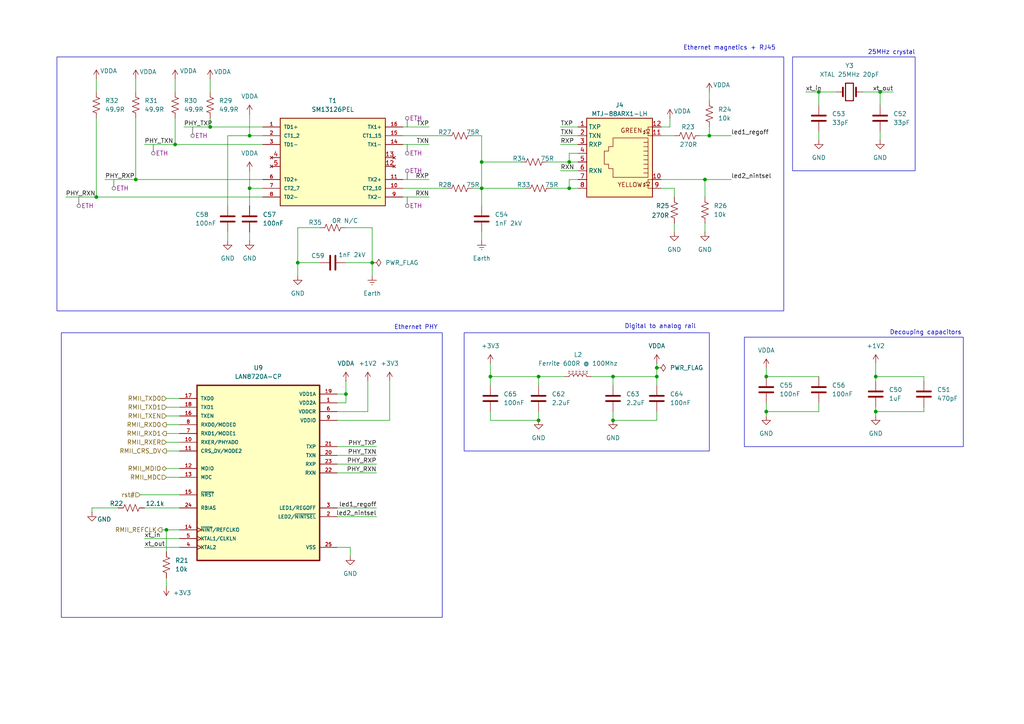
<source format=kicad_sch>
(kicad_sch (version 20250114) (generator "eeschema") (generator_version "9.0")
  (paper "A4")
  (lib_symbols
    (symbol "Device:C" (pin_numbers (hide yes)) (pin_names (offset 0.254))
      (property "Reference" "C" (at 0.635 2.54 0))
      (property "Value" "C" (at 0.635 -2.54 0))
      (symbol "C_1_1"
        (pin passive line (at 0 3.81 270) (length 2.794) (name "~") (number "1"))
        (pin passive line (at 0 -3.81 90) (length 2.794) (name "~") (number "2"))
      )
    )
    (symbol "Device:L_Ferrite" (pin_numbers (hide yes)) (pin_names (offset 1.016) (hide yes))
      (property "Reference" "L" (at -1.27 0 90))
      (property "Value" "L_Ferrite" (at 2.794 0 90))
      (symbol "L_Ferrite_1_1"
        (pin passive line (at 0 3.81 270) (length 1.27) (name "1") (number "1"))
        (pin passive line (at 0 -3.81 90) (length 1.27) (name "2") (number "2"))
      )
    )
    (symbol "Device:R_US" (pin_numbers (hide yes)) (pin_names (offset 0))
      (property "Reference" "R" (at 2.54 0 90))
      (property "Value" "R_US" (at -2.54 0 90))
      (symbol "R_US_1_1"
        (pin passive line (at 0 3.81 270) (length 1.27) (name "~") (number "1"))
        (pin passive line (at 0 -3.81 90) (length 1.27) (name "~") (number "2"))
      )
    )
    (symbol "cotti_ethernet:Ethernet_PHY_10/100_MHz" (pin_names (offset 1.016))
      (property "Reference" "U" (at -17.78 26.416 0))
      (property "Value" "LAN8720A-CP" (at -17.8053 -27.9798 0))
      (symbol "Ethernet_PHY_10/100_MHz_0_0"
        (pin input line (at -22.86 21.59 0) (length 5.08) (name "TXD0") (number "17"))
        (pin input line (at -22.86 19.05 0) (length 5.08) (name "TXD1") (number "18"))
        (pin input line (at -22.86 16.51 0) (length 5.08) (name "TXEN") (number "16"))
        (pin bidirectional line (at -22.86 13.97 0) (length 5.08) (name "RXD0/MODE0") (number "8"))
        (pin bidirectional line (at -22.86 11.43 0) (length 5.08) (name "RXD1/MODE1") (number "7"))
        (pin bidirectional line (at -22.86 8.89 0) (length 5.08) (name "RXER/PHYADO") (number "10"))
        (pin bidirectional line (at -22.86 6.35 0) (length 5.08) (name "CRS_DV/MODE2") (number "11"))
        (pin bidirectional line (at -22.86 1.27 0) (length 5.08) (name "MDIO") (number "12"))
        (pin input line (at -22.86 -1.27 0) (length 5.08) (name "MDC") (number "13"))
        (pin input line (at -22.86 -6.35 0) (length 5.08) (name "~{NRST}") (number "15"))
        (pin input line (at -22.86 -10.16 0) (length 5.08) (name "RBIAS") (number "24"))
        (pin output clock (at -22.86 -16.51 0) (length 5.08) (name "~{NINT}/REFCLKO") (number "14"))
        (pin input clock (at -22.86 -19.05 0) (length 5.08) (name "XTAL1/CLKLN") (number "5"))
        (pin output clock (at -22.86 -21.59 0) (length 5.08) (name "XTAL2") (number "4"))
        (pin power_in line (at 22.86 22.86 180) (length 5.08) (name "VDD1A") (number "19"))
        (pin power_in line (at 22.86 20.32 180) (length 5.08) (name "VDD2A") (number "1"))
        (pin power_in line (at 22.86 17.78 180) (length 5.08) (name "VDDCR") (number "6"))
        (pin power_in line (at 22.86 15.24 180) (length 5.08) (name "VDDIO") (number "9"))
        (pin bidirectional line (at 22.86 7.62 180) (length 5.08) (name "TXP") (number "21"))
        (pin bidirectional line (at 22.86 5.08 180) (length 5.08) (name "TXN") (number "20"))
        (pin bidirectional line (at 22.86 2.54 180) (length 5.08) (name "RXP") (number "23"))
        (pin bidirectional line (at 22.86 0 180) (length 5.08) (name "RXN") (number "22"))
        (pin bidirectional line (at 22.86 -10.16 180) (length 5.08) (name "LED1/REGOFF") (number "3"))
        (pin bidirectional line (at 22.86 -12.7 180) (length 5.08) (name "LED2/~{NINTSEL}") (number "2"))
        (pin power_in line (at 22.86 -21.59 180) (length 5.08) (name "VSS") (number "25"))
      )
    )
    (symbol "cotti_ethernet:Ethernet_magnetics" (pin_names (offset 1.016))
      (property "Reference" "T" (at -15.2439 10.9299 0))
      (property "Value" "SM13126PEL" (at 2.794 11.176 0))
      (symbol "Ethernet_magnetics_0_0"
        (pin passive line (at -20.32 7.62 0) (length 5.08) (name "TD1+") (number "1"))
        (pin passive line (at -20.32 5.08 0) (length 5.08) (name "CT1_2") (number "2"))
        (pin passive line (at -20.32 2.54 0) (length 5.08) (name "TD1-") (number "3"))
        (pin passive line (at -20.32 -7.62 0) (length 5.08) (name "TD2+") (number "6"))
        (pin passive line (at -20.32 -10.16 0) (length 5.08) (name "CT2_7") (number "7"))
        (pin passive line (at -20.32 -12.7 0) (length 5.08) (name "TD2-") (number "8"))
        (pin passive line (at 20.32 7.62 180) (length 5.08) (name "TX1+") (number "16"))
        (pin passive line (at 20.32 5.08 180) (length 5.08) (name "CT1_15") (number "15"))
        (pin passive line (at 20.32 2.54 180) (length 5.08) (name "TX1-") (number "14"))
        (pin passive line (at 20.32 -7.62 180) (length 5.08) (name "TX2+") (number "11"))
        (pin passive line (at 20.32 -10.16 180) (length 5.08) (name "CT2_10") (number "10"))
        (pin passive line (at 20.32 -12.7 180) (length 5.08) (name "TX2-") (number "9"))
      )
      (symbol "Ethernet_magnetics_1_1"
        (pin no_connect line (at -17.78 -1.27 0) (length 2.54) (name "") (number "4"))
        (pin no_connect line (at -17.78 -3.81 0) (length 2.54) (name "") (number "5"))
        (pin no_connect line (at 17.78 -1.27 180) (length 2.54) (name "") (number "13"))
        (pin no_connect line (at 17.78 -3.81 180) (length 2.54) (name "") (number "12"))
      )
    )
    (symbol "cotti_ethernet:RJ45_unshielded_leds"
      (property "Reference" "J" (at 1.016 1.778 0))
      (property "Value" "MTJ-88ARX1-LH" (at 12.7 1.778 0))
      (symbol "RJ45_unshielded_leds_1_1"
        (text "YELLOW" (at 8.7162 -19.2959 0) (effects (font (size 1.27 1.27))))
        (text "GREEN" (at 9.144 -3.556 0) (effects (font (size 1.27 1.27))))
        (pin passive line (at -6.35 -2.54 0) (length 2.54) (name "TXP") (number "1"))
        (pin passive line (at -6.35 -5.08 0) (length 2.54) (name "TXN") (number "2"))
        (pin passive line (at -6.35 -7.62 0) (length 2.54) (name "RXP") (number "3"))
        (pin passive line (at -6.35 -10.16 0) (length 2.54) (name "~") (number "4"))
        (pin passive line (at -6.35 -12.7 0) (length 2.54) (name "~") (number "5"))
        (pin passive line (at -6.35 -15.24 0) (length 2.54) (name "RXN") (number "6"))
        (pin passive line (at -6.35 -17.78 0) (length 2.54) (name "~") (number "7"))
        (pin passive line (at -6.35 -20.32 0) (length 2.54) (name "~") (number "8"))
        (pin passive line (at 17.78 -2.54 180) (length 2.54) (name "~") (number "12"))
        (pin passive line (at 17.78 -5.08 180) (length 2.54) (name "~") (number "11"))
        (pin passive line (at 17.78 -17.78 180) (length 2.54) (name "~") (number "10"))
        (pin passive line (at 17.78 -20.32 180) (length 2.54) (name "~") (number "9"))
      )
    )
    (symbol "cotti_xtal:xtal_25Mhz_20pF" (pin_numbers (hide yes)) (pin_names (offset 1.016) (hide yes))
      (property "Reference" "Y" (at 0 3.81 0))
      (property "Value" "XTAL 25MHz 20pF" (at 0 -3.81 0))
      (symbol "xtal_25Mhz_20pF_1_1"
        (pin passive line (at -3.81 0 0) (length 1.27) (name "1") (number "1"))
        (pin passive line (at 3.81 0 180) (length 1.27) (name "2") (number "2"))
      )
    )
    (symbol "power:+1V2" (power) (pin_numbers (hide yes)) (pin_names (offset 0) (hide yes))
      (property "Value" "+1V2" (at 0 3.556 0))
      (symbol "+1V2_1_1"
        (pin power_in line (at 0 0 90) (length 0) (name "~") (number "1"))
      )
    )
    (symbol "power:+3V3" (power) (pin_numbers (hide yes)) (pin_names (offset 0) (hide yes))
      (property "Value" "+3V3" (at 0 3.556 0))
      (symbol "+3V3_1_1"
        (pin power_in line (at 0 0 90) (length 0) (name "~") (number "1"))
      )
    )
    (symbol "power:Earth" (power) (pin_numbers (hide yes)) (pin_names (offset 0) (hide yes))
      (property "Value" "Earth" (at 0 -3.81 0))
      (symbol "Earth_1_1"
        (pin power_in line (at 0 0 270) (length 0) (name "~") (number "1"))
      )
    )
    (symbol "power:GND" (power) (pin_numbers (hide yes)) (pin_names (offset 0) (hide yes))
      (property "Value" "GND" (at 0 -3.81 0))
      (symbol "GND_1_1"
        (pin power_in line (at 0 0 270) (length 0) (name "~") (number "1"))
      )
    )
    (symbol "power:PWR_FLAG" (power) (pin_numbers (hide yes)) (pin_names (offset 0) (hide yes))
      (property "Value" "PWR_FLAG" (at 0 3.81 0))
      (symbol "PWR_FLAG_0_0"
        (pin power_out line (at 0 0 90) (length 0) (name "~") (number "1"))
      )
    )
    (symbol "power:VDDA" (power) (pin_numbers (hide yes)) (pin_names (offset 0) (hide yes))
      (property "Value" "VDDA" (at 0 3.556 0))
      (symbol "VDDA_1_1"
        (pin power_in line (at 0 0 90) (length 0) (name "~") (number "1"))
      )
    )
  )
  (rectangle (start 16.51 16.51) (end 227.33 90.17))
  (rectangle (start 215.9 97.79) (end 279.4 129.54))
  (rectangle (start 17.78 96.52) (end 128.27 179.07))
  (rectangle (start 229.87 16.51) (end 265.43 49.53))
  (rectangle (start 134.62 96.52) (end 205.74 130.81))
  (text "Decouping capacitors" (at 268.478 96.52 0) (effects (font (size 1.27 1.27))))
  (text "25MHz crystal" (at 258.572 15.24 0) (effects (font (size 1.27 1.27))))
  (text "Ethernet PHY" (at 120.65 94.996 0) (effects (font (size 1.27 1.27))))
  (text "Digital to analog rail" (at 191.516 94.742 0) (effects (font (size 1.27 1.27))))
  (text "Ethernet magnetics + RJ45" (at 211.582 13.97 0) (effects (font (size 1.27 1.27))))
  (junction (at 156.21 121.92))
  (junction (at 156.21 109.22))
  (junction (at 177.8 121.92))
  (junction (at 100.33 114.3))
  (junction (at 60.96 36.83))
  (junction (at 222.25 109.22))
  (junction (at 27.94 57.15))
  (junction (at 72.39 54.61))
  (junction (at 190.5 109.22))
  (junction (at 255.27 26.67))
  (junction (at 50.8 41.91))
  (junction (at 222.25 119.38))
  (junction (at 72.39 39.37))
  (junction (at 48.26 153.67))
  (junction (at 254 119.38))
  (junction (at 165.1 46.99))
  (junction (at 237.49 26.67))
  (junction (at 86.36 76.2))
  (junction (at 254 109.22))
  (junction (at 165.1 54.61))
  (junction (at 139.7 54.61))
  (junction (at 142.24 109.22))
  (junction (at 139.7 46.99))
  (junction (at 177.8 109.22))
  (junction (at 205.74 39.37))
  (junction (at 190.5 106.68))
  (junction (at 39.37 52.07))
  (junction (at 107.95 76.2))
  (junction (at 204.47 52.07))
  (wire (pts (xy 50.8 41.91) (xy 50.8 34.29)))
  (wire (pts (xy 190.5 106.68) (xy 190.5 109.22)))
  (wire (pts (xy 165.1 52.07) (xy 165.1 54.61)))
  (wire (pts (xy 205.74 39.37) (xy 212.09 39.37)))
  (wire (pts (xy 116.84 54.61) (xy 129.54 54.61)))
  (wire (pts (xy 86.36 66.04) (xy 86.36 76.2)))
  (wire (pts (xy 237.49 116.84) (xy 237.49 119.38)))
  (wire (pts (xy 222.25 119.38) (xy 237.49 119.38)))
  (wire (pts (xy 76.2 57.15) (xy 27.94 57.15)))
  (wire (pts (xy 76.2 52.07) (xy 39.37 52.07)))
  (wire (pts (xy 222.25 106.68) (xy 222.25 109.22)))
  (wire (pts (xy 139.7 46.99) (xy 151.13 46.99)))
  (wire (pts (xy 162.56 36.83) (xy 167.64 36.83)))
  (wire (pts (xy 177.8 109.22) (xy 190.5 109.22)))
  (wire (pts (xy 162.56 41.91) (xy 167.64 41.91)))
  (wire (pts (xy 137.16 54.61) (xy 139.7 54.61)))
  (wire (pts (xy 101.6 158.75) (xy 101.6 161.29)))
  (wire (pts (xy 39.37 52.07) (xy 39.37 34.29)))
  (wire (pts (xy 107.95 66.04) (xy 107.95 76.2)))
  (wire (pts (xy 139.7 54.61) (xy 152.4 54.61)))
  (wire (pts (xy 142.24 109.22) (xy 156.21 109.22)))
  (wire (pts (xy 100.33 110.49) (xy 100.33 114.3)))
  (wire (pts (xy 167.64 44.45) (xy 165.1 44.45)))
  (wire (pts (xy 267.97 109.22) (xy 267.97 110.49)))
  (wire (pts (xy 97.79 149.86) (xy 109.22 149.86)))
  (wire (pts (xy 40.64 143.51) (xy 52.07 143.51)))
  (wire (pts (xy 254 105.41) (xy 254 109.22)))
  (wire (pts (xy 100.33 76.2) (xy 107.95 76.2)))
  (wire (pts (xy 60.96 36.83) (xy 60.96 34.29)))
  (wire (pts (xy 156.21 109.22) (xy 163.83 109.22)))
  (wire (pts (xy 255.27 26.67) (xy 255.27 30.48)))
  (wire (pts (xy 76.2 39.37) (xy 72.39 39.37)))
  (wire (pts (xy 162.56 39.37) (xy 167.64 39.37)))
  (wire (pts (xy 254 119.38) (xy 254 120.65)))
  (wire (pts (xy 72.39 33.02) (xy 72.39 39.37)))
  (wire (pts (xy 191.77 39.37) (xy 195.58 39.37)))
  (wire (pts (xy 97.79 116.84) (xy 100.33 116.84)))
  (wire (pts (xy 48.26 135.89) (xy 52.07 135.89)))
  (wire (pts (xy 142.24 121.92) (xy 156.21 121.92)))
  (wire (pts (xy 48.26 125.73) (xy 52.07 125.73)))
  (wire (pts (xy 97.79 132.08) (xy 109.22 132.08)))
  (wire (pts (xy 19.05 57.15) (xy 27.94 57.15)))
  (wire (pts (xy 48.26 115.57) (xy 52.07 115.57)))
  (wire (pts (xy 27.94 57.15) (xy 27.94 34.29)))
  (wire (pts (xy 97.79 137.16) (xy 109.22 137.16)))
  (wire (pts (xy 165.1 44.45) (xy 165.1 46.99)))
  (wire (pts (xy 53.34 36.83) (xy 60.96 36.83)))
  (wire (pts (xy 222.25 109.22) (xy 237.49 109.22)))
  (wire (pts (xy 106.68 119.38) (xy 106.68 110.49)))
  (wire (pts (xy 50.8 22.86) (xy 50.8 26.67)))
  (wire (pts (xy 116.84 52.07) (xy 124.46 52.07)))
  (wire (pts (xy 116.84 41.91) (xy 124.46 41.91)))
  (wire (pts (xy 254 109.22) (xy 254 110.49)))
  (wire (pts (xy 191.77 54.61) (xy 195.58 54.61)))
  (wire (pts (xy 195.58 54.61) (xy 195.58 57.15)))
  (wire (pts (xy 204.47 52.07) (xy 204.47 57.15)))
  (wire (pts (xy 113.03 110.49) (xy 113.03 121.92)))
  (wire (pts (xy 48.26 138.43) (xy 52.07 138.43)))
  (wire (pts (xy 142.24 119.38) (xy 142.24 121.92)))
  (wire (pts (xy 48.26 123.19) (xy 52.07 123.19)))
  (wire (pts (xy 160.02 54.61) (xy 165.1 54.61)))
  (wire (pts (xy 250.19 26.67) (xy 255.27 26.67)))
  (wire (pts (xy 162.56 49.53) (xy 167.64 49.53)))
  (wire (pts (xy 142.24 109.22) (xy 142.24 111.76)))
  (wire (pts (xy 205.74 26.67) (xy 205.74 29.21)))
  (wire (pts (xy 39.37 22.86) (xy 39.37 26.67)))
  (wire (pts (xy 190.5 105.41) (xy 190.5 106.68)))
  (wire (pts (xy 34.29 147.32) (xy 26.67 147.32)))
  (wire (pts (xy 156.21 119.38) (xy 156.21 121.92)))
  (wire (pts (xy 165.1 46.99) (xy 167.64 46.99)))
  (wire (pts (xy 60.96 22.86) (xy 60.96 26.67)))
  (wire (pts (xy 48.26 118.11) (xy 52.07 118.11)))
  (wire (pts (xy 191.77 52.07) (xy 204.47 52.07)))
  (wire (pts (xy 204.47 52.07) (xy 212.09 52.07)))
  (wire (pts (xy 139.7 46.99) (xy 139.7 54.61)))
  (wire (pts (xy 116.84 57.15) (xy 124.46 57.15)))
  (wire (pts (xy 76.2 54.61) (xy 72.39 54.61)))
  (wire (pts (xy 139.7 67.31) (xy 139.7 69.85)))
  (wire (pts (xy 254 119.38) (xy 267.97 119.38)))
  (wire (pts (xy 48.26 167.64) (xy 48.26 170.18)))
  (wire (pts (xy 237.49 38.1) (xy 237.49 40.64)))
  (wire (pts (xy 97.79 134.62) (xy 109.22 134.62)))
  (wire (pts (xy 177.8 109.22) (xy 171.45 109.22)))
  (wire (pts (xy 41.91 156.21) (xy 52.07 156.21)))
  (wire (pts (xy 254 109.22) (xy 267.97 109.22)))
  (wire (pts (xy 41.91 147.32) (xy 52.07 147.32)))
  (wire (pts (xy 97.79 129.54) (xy 109.22 129.54)))
  (wire (pts (xy 177.8 119.38) (xy 177.8 121.92)))
  (wire (pts (xy 116.84 36.83) (xy 124.46 36.83)))
  (wire (pts (xy 222.25 116.84) (xy 222.25 119.38)))
  (wire (pts (xy 255.27 38.1) (xy 255.27 40.64)))
  (wire (pts (xy 86.36 80.01) (xy 86.36 76.2)))
  (wire (pts (xy 97.79 147.32) (xy 109.22 147.32)))
  (wire (pts (xy 48.26 160.02) (xy 48.26 153.67)))
  (wire (pts (xy 165.1 54.61) (xy 167.64 54.61)))
  (wire (pts (xy 100.33 66.04) (xy 107.95 66.04)))
  (wire (pts (xy 190.5 121.92) (xy 177.8 121.92)))
  (wire (pts (xy 156.21 111.76) (xy 156.21 109.22)))
  (wire (pts (xy 76.2 41.91) (xy 50.8 41.91)))
  (wire (pts (xy 92.71 66.04) (xy 86.36 66.04)))
  (wire (pts (xy 26.67 147.32) (xy 26.67 148.59)))
  (wire (pts (xy 267.97 118.11) (xy 267.97 119.38)))
  (wire (pts (xy 72.39 67.31) (xy 72.39 69.85)))
  (wire (pts (xy 116.84 39.37) (xy 129.54 39.37)))
  (wire (pts (xy 27.94 22.86) (xy 27.94 26.67)))
  (wire (pts (xy 190.5 119.38) (xy 190.5 121.92)))
  (wire (pts (xy 86.36 76.2) (xy 92.71 76.2)))
  (wire (pts (xy 158.75 46.99) (xy 165.1 46.99)))
  (wire (pts (xy 233.68 26.67) (xy 237.49 26.67)))
  (wire (pts (xy 30.48 52.07) (xy 39.37 52.07)))
  (wire (pts (xy 237.49 26.67) (xy 237.49 30.48)))
  (wire (pts (xy 203.2 39.37) (xy 205.74 39.37)))
  (wire (pts (xy 72.39 54.61) (xy 72.39 59.69)))
  (wire (pts (xy 66.04 39.37) (xy 66.04 59.69)))
  (wire (pts (xy 72.39 39.37) (xy 66.04 39.37)))
  (wire (pts (xy 97.79 119.38) (xy 106.68 119.38)))
  (wire (pts (xy 195.58 64.77) (xy 195.58 67.31)))
  (wire (pts (xy 107.95 80.01) (xy 107.95 76.2)))
  (wire (pts (xy 191.77 36.83) (xy 194.31 36.83)))
  (wire (pts (xy 97.79 121.92) (xy 113.03 121.92)))
  (wire (pts (xy 48.26 128.27) (xy 52.07 128.27)))
  (wire (pts (xy 205.74 36.83) (xy 205.74 39.37)))
  (wire (pts (xy 242.57 26.67) (xy 237.49 26.67)))
  (wire (pts (xy 177.8 109.22) (xy 177.8 111.76)))
  (wire (pts (xy 204.47 64.77) (xy 204.47 67.31)))
  (wire (pts (xy 194.31 34.29) (xy 194.31 36.83)))
  (wire (pts (xy 41.91 158.75) (xy 52.07 158.75)))
  (wire (pts (xy 41.91 41.91) (xy 50.8 41.91)))
  (wire (pts (xy 76.2 36.83) (xy 60.96 36.83)))
  (wire (pts (xy 66.04 67.31) (xy 66.04 69.85)))
  (wire (pts (xy 167.64 52.07) (xy 165.1 52.07)))
  (wire (pts (xy 97.79 114.3) (xy 100.33 114.3)))
  (wire (pts (xy 139.7 54.61) (xy 139.7 59.69)))
  (wire (pts (xy 254 118.11) (xy 254 119.38)))
  (wire (pts (xy 255.27 26.67) (xy 259.08 26.67)))
  (wire (pts (xy 46.99 153.67) (xy 48.26 153.67)))
  (wire (pts (xy 48.26 153.67) (xy 52.07 153.67)))
  (wire (pts (xy 222.25 119.38) (xy 222.25 120.65)))
  (wire (pts (xy 72.39 49.53) (xy 72.39 54.61)))
  (wire (pts (xy 100.33 116.84) (xy 100.33 114.3)))
  (wire (pts (xy 97.79 158.75) (xy 101.6 158.75)))
  (wire (pts (xy 137.16 39.37) (xy 139.7 39.37)))
  (wire (pts (xy 48.26 120.65) (xy 52.07 120.65)))
  (wire (pts (xy 190.5 109.22) (xy 190.5 111.76)))
  (wire (pts (xy 48.26 130.81) (xy 52.07 130.81)))
  (wire (pts (xy 142.24 109.22) (xy 142.24 105.41)))
  (wire (pts (xy 139.7 39.37) (xy 139.7 46.99)))
  (label "led2_nintsel" (at 109.22 149.86 180))
  (label "PHY_TXP" (at 109.22 129.54 180))
  (label "TXP" (at 124.46 36.83 180))
  (label "PHY_RXP" (at 30.48 52.07 0))
  (label "PHY_RXP" (at 109.22 134.62 180))
  (label "TXP" (at 162.56 36.83 0))
  (label "xt_in" (at 41.91 156.21 0))
  (label "RXN" (at 162.56 49.53 0))
  (label "xt_out" (at 259.08 26.67 180))
  (label "RXP" (at 162.56 41.91 0))
  (label "PHY_RXN" (at 109.22 137.16 180))
  (label "TXN" (at 124.46 41.91 180))
  (label "xt_out" (at 41.91 158.75 0))
  (label "led1_regoff" (at 109.22 147.32 180))
  (label "xt_in" (at 233.68 26.67 0))
  (label "led1_regoff" (at 212.09 39.37 0))
  (label "PHY_TXN" (at 41.91 41.91 0))
  (label "PHY_TXP" (at 53.34 36.83 0))
  (label "RXP" (at 124.46 52.07 180))
  (label "led2_nintsel" (at 212.09 52.07 0))
  (label "PHY_RXN" (at 19.05 57.15 0))
  (label "RXN" (at 124.46 57.15 180))
  (label "PHY_TXN" (at 109.22 132.08 180))
  (label "TXN" (at 162.56 39.37 0))
  (hierarchical_label "RMII_CRS_DV" (shape output) (at 48.26 130.81 180))
  (hierarchical_label "RMII_TXD0" (shape input) (at 48.26 115.57 180))
  (hierarchical_label "RMII_TXD1" (shape input) (at 48.26 118.11 180))
  (hierarchical_label "RMII_RXER" (shape input) (at 48.26 128.27 180))
  (hierarchical_label "RMII_RXD1" (shape output) (at 48.26 125.73 180))
  (hierarchical_label "RMII_MDIO" (shape bidirectional) (at 48.26 135.89 180))
  (hierarchical_label "RMII_TXEN" (shape input) (at 48.26 120.65 180))
  (hierarchical_label "RMII_REFCLK" (shape output) (at 46.99 153.67 180))
  (hierarchical_label "RMII_MDC" (shape input) (at 48.26 138.43 180))
  (hierarchical_label "RMII_RXD0" (shape output) (at 48.26 123.19 180))
  (hierarchical_label "rst#" (shape input) (at 40.64 143.51 180))
  (netclass_flag "" (length 2.54) (shape round) (at 22.86 57.15 180) (property "Netclass" "ETH" (at 23.5585 59.69 0) (effects (justify left))))
  (netclass_flag "" (length 2.54) (shape round) (at 44.45 41.91 180) (property "Netclass" "ETH" (at 45.1485 44.45 0) (effects (justify left))))
  (netclass_flag "" (length 2.54) (shape round) (at 118.11 41.91 180) (property "Netclass" "ETH" (at 118.8085 44.45 0) (effects (justify left))))
  (netclass_flag "" (length 2.54) (shape round) (at 118.11 57.15 180) (property "Netclass" "ETH" (at 118.8085 59.69 0) (effects (justify left))))
  (netclass_flag "" (length 2.54) (shape round) (at 118.11 36.83 0) (property "Netclass" "ETH" (at 118.8085 34.29 0) (effects (justify left))))
  (netclass_flag "" (length 2.54) (shape round) (at 33.02 52.07 180) (property "Netclass" "ETH" (at 33.7185 54.61 0) (effects (justify left))))
  (netclass_flag "" (length 2.54) (shape round) (at 118.11 52.07 0) (property "Netclass" "ETH" (at 118.8085 49.53 0) (effects (justify left))))
  (netclass_flag "" (length 2.54) (shape round) (at 55.88 36.83 180) (property "Netclass" "ETH" (at 56.5785 39.37 0) (effects (justify left))))
  (symbol (lib_id "Device:C") (at 254 114.3 0) (unit 1)
    (property "Reference" "C50" (at 257.81 113.0299 0) (effects (justify left)))
    (property "Value" "1uF" (at 257.81 115.5699 0) (effects (justify left)))
    (property "Footprint" "Capacitor_SMD:C_0805_2012Metric_Pad1.18x1.45mm_HandSolder" (effects (hide yes)))
    (property "Datasheet" "https://mm.digikey.com/Volume0/opasdata/d220001/medias/docus/609/CL21B105KBFNNNE_Spec.pdf" (effects (hide yes)))
    (property "Description" "Unpolarized capacitor" (effects (hide yes)))
    (property "Digikey" "https://www.digikey.com/en/products/detail/samsung-electro-mechanics/CL21B105KBFNNNE/3886687" (effects (hide yes)))
    (property "Mfr." "Samsung Electro-Mechanics" (effects (hide yes)))
    (property "Mfr. P/N" "CL21B105KBFNNNE" (effects (hide yes)))
  )
  (symbol (lib_id "Device:R_US") (at 195.58 60.96 0) (unit 1)
    (property "Reference" "R25" (at 190.246 59.69 0) (effects (justify left)))
    (property "Value" "270R" (at 188.976 62.484 0) (effects (justify left)))
    (property "Footprint" "Resistor_SMD:R_0805_2012Metric_Pad1.20x1.40mm_HandSolder" (effects (hide yes)))
    (property "Datasheet" "https://www.yageogroup.com/content/datasheet/asset/file/PYU-RC_GROUP_51_ROHS_L" (effects (hide yes)))
    (property "Description" "Resistor, US symbol" (effects (hide yes)))
    (property "Digikey" "https://www.digikey.com/en/products/detail/yageo/RC0805FR-10270RL/17016523" (effects (hide yes)))
    (property "Mfr." "YAGEO" (effects (hide yes)))
    (property "Mfr. P/N" "RC0805FR-10270RL" (effects (hide yes)))
  )
  (symbol (lib_id "power:GND") (at 204.47 67.31 0) (unit 1)
    (property "Reference" "#PWR0112" (effects (hide yes)))
    (property "Value" "GND" (at 204.47 72.39 0))
    (property "Description" "Power symbol creates a global label with name \"GND\" , ground" (effects (hide yes)))
  )
  (symbol (lib_id "cotti_ethernet:Ethernet_PHY_10/100_MHz") (at 74.93 137.16 0) (unit 1)
    (property "Reference" "U9" (at 74.93 106.68 0))
    (property "Value" "LAN8720A-CP" (at 74.93 109.22 0))
    (property "Footprint" "cotti_footprints:QFN50P400X400X100-25N" (effects (hide yes)))
    (property "Datasheet" "https://ww1.microchip.com/downloads/aemDocuments/documents/UNG/ProductDocuments/DataSheets/LAN8720A-LAN8720Ai-Data-Sheet-DS00002165.pdf" (effects (hide yes)))
    (property "Description" "2/2 Transceiver Full MII, RMII 24-QFN-EP (4x4)" (effects (hide yes)))
    (property "Digikey" "https://www.digikey.com/en/products/detail/microchip-technology/LAN8720A-CP/2051556" (effects (hide yes)))
    (property "Mfr." "Microchip Technology" (effects (hide yes)))
    (property "Mfr. P/N" "LAN8720A-CP" (effects (hide yes)))
  )
  (symbol (lib_id "power:GND") (at 156.21 121.92 0) (unit 1)
    (property "Reference" "#PWR0136" (effects (hide yes)))
    (property "Value" "GND" (at 156.21 127 0))
    (property "Description" "Power symbol creates a global label with name \"GND\" , ground" (effects (hide yes)))
  )
  (symbol (lib_id "power:VDDA") (at 190.5 105.41 0) (unit 1)
    (property "Reference" "#PWR0135" (effects (hide yes)))
    (property "Value" "VDDA" (at 190.5 100.33 0))
    (property "Description" "Power symbol creates a global label with name \"VDDA\"" (effects (hide yes)))
  )
  (symbol (lib_id "power:GND") (at 72.39 69.85 0) (unit 1)
    (property "Reference" "#PWR0126" (effects (hide yes)))
    (property "Value" "GND" (at 72.39 74.93 0))
    (property "Description" "Power symbol creates a global label with name \"GND\" , ground" (effects (hide yes)))
  )
  (symbol (lib_id "Device:R_US") (at 204.47 60.96 0) (unit 1)
    (property "Reference" "R26" (at 207.01 59.6899 0) (effects (justify left)))
    (property "Value" "10k" (at 207.01 62.2299 0) (effects (justify left)))
    (property "Footprint" "Resistor_SMD:R_0805_2012Metric_Pad1.20x1.40mm_HandSolder" (effects (hide yes)))
    (property "Datasheet" "https://www.yageogroup.com/content/datasheet/asset/file/PYU-RC_GROUP_51_ROHS_L" (effects (hide yes)))
    (property "Description" "Resistor, US symbol" (effects (hide yes)))
    (property "Digikey" "https://www.digikey.com/en/products/detail/yageo/RC0805FR-1310KL/13694107" (effects (hide yes)))
    (property "Mfr." "YAGEO" (effects (hide yes)))
    (property "Mfr. P/N" "RC0805FR-1310KL" (effects (hide yes)))
  )
  (symbol (lib_id "power:GND") (at 26.67 148.59 0) (unit 1)
    (property "Reference" "#PWR073" (effects (hide yes)))
    (property "Value" "GND" (at 30.226 150.622 0))
    (property "Description" "Power symbol creates a global label with name \"GND\" , ground" (effects (hide yes)))
  )
  (symbol (lib_id "Device:R_US") (at 38.1 147.32 90) (unit 1)
    (property "Reference" "R22" (at 33.782 146.05 90))
    (property "Value" "12.1k" (at 44.958 146.05 90))
    (property "Footprint" "Resistor_SMD:R_0805_2012Metric_Pad1.20x1.40mm_HandSolder" (effects (hide yes)))
    (property "Datasheet" "https://www.yageogroup.com/content/datasheet/asset/file/PYU-AC_51_ROHS_L" (effects (hide yes)))
    (property "Description" "Resistor, US symbol" (effects (hide yes)))
    (property "Digikey" "https://www.digikey.com/en/products/detail/yageo/AC0805FR-0712K1L/5896547" (effects (hide yes)))
    (property "Mfr." "YAGEO" (effects (hide yes)))
    (property "Mfr. P/N" "AC0805FR-0712K1L" (effects (hide yes)))
  )
  (symbol (lib_id "power:PWR_FLAG") (at 107.95 76.2 270) (unit 1)
    (property "Reference" "#FLG08" (effects (hide yes)))
    (property "Value" "PWR_FLAG" (at 111.76 76.1999 90) (effects (justify left)))
    (property "Description" "Special symbol for telling ERC where power comes from" (effects (hide yes)))
  )
  (symbol (lib_id "power:GND") (at 222.25 120.65 0) (unit 1)
    (property "Reference" "#PWR0122" (effects (hide yes)))
    (property "Value" "GND" (at 222.25 125.73 0))
    (property "Description" "Power symbol creates a global label with name \"GND\" , ground" (effects (hide yes)))
  )
  (symbol (lib_id "power:VDDA") (at 222.25 106.68 0) (unit 1)
    (property "Reference" "#PWR0123" (effects (hide yes)))
    (property "Value" "VDDA" (at 222.25 101.6 0))
    (property "Description" "Power symbol creates a global label with name \"VDDA\"" (effects (hide yes)))
  )
  (symbol (lib_id "Device:C") (at 96.52 76.2 90) (unit 1)
    (property "Reference" "C59" (at 92.202 74.168 90))
    (property "Value" "1nF 2kV" (at 102.108 73.914 90))
    (property "Footprint" "Capacitor_SMD:C_1206_3216Metric_Pad1.33x1.80mm_HandSolder" (effects (hide yes)))
    (property "Datasheet" "http://www.passivecomponent.com/wp-content/uploads/datasheet/WTC_MLCC_Middle_and_High_Voltage.pdf" (effects (hide yes)))
    (property "Description" "Unpolarized capacitor" (effects (hide yes)))
    (property "Digikey" "https://www.digikey.com/en/products/detail/walsin-technology-corporation/1206B102M202CT/15791323" (effects (hide yes)))
    (property "Mfr." "Walsin Technology Corporation" (effects (hide yes)))
    (property "Mfr. P/N" "1206B102M202CT" (effects (hide yes)))
  )
  (symbol (lib_id "Device:R_US") (at 27.94 30.48 0) (unit 1)
    (property "Reference" "R32" (at 30.48 29.2099 0) (effects (justify left)))
    (property "Value" "49.9R" (at 30.48 31.7499 0) (effects (justify left)))
    (property "Footprint" "Resistor_SMD:R_0805_2012Metric_Pad1.20x1.40mm_HandSolder" (effects (hide yes)))
    (property "Datasheet" "https://www.yageogroup.com/content/datasheet/asset/file/PYU-RC_GROUP_51_ROHS_L" (effects (hide yes)))
    (property "Description" "Resistor, US symbol" (effects (hide yes)))
    (property "Digikey" "https://www.digikey.com/en/products/detail/yageo/RC0805FR-1349R9L/17023200" (effects (hide yes)))
    (property "Mfr." "YAGEO" (effects (hide yes)))
    (property "Mfr. P/N" "RC0805FR-1349R9L" (effects (hide yes)))
  )
  (symbol (lib_id "Device:R_US") (at 199.39 39.37 270) (unit 1)
    (property "Reference" "R23" (at 197.612 36.83 90) (effects (justify left)))
    (property "Value" "270R" (at 197.104 41.91 90) (effects (justify left)))
    (property "Footprint" "Resistor_SMD:R_0805_2012Metric_Pad1.20x1.40mm_HandSolder" (effects (hide yes)))
    (property "Datasheet" "https://www.yageogroup.com/content/datasheet/asset/file/PYU-RC_GROUP_51_ROHS_L" (effects (hide yes)))
    (property "Description" "Resistor, US symbol" (effects (hide yes)))
    (property "Digikey" "https://www.digikey.com/en/products/detail/yageo/RC0805FR-10270RL/17016523" (effects (hide yes)))
    (property "Mfr." "YAGEO" (effects (hide yes)))
    (property "Mfr. P/N" "RC0805FR-10270RL" (effects (hide yes)))
  )
  (symbol (lib_id "power:GND") (at 195.58 67.31 0) (unit 1)
    (property "Reference" "#PWR0110" (effects (hide yes)))
    (property "Value" "GND" (at 195.58 72.39 0))
    (property "Description" "Power symbol creates a global label with name \"GND\" , ground" (effects (hide yes)))
  )
  (symbol (lib_id "cotti_ethernet:Ethernet_magnetics") (at 96.52 44.45 0) (unit 1)
    (property "Reference" "T1" (at 96.52 29.21 0))
    (property "Value" "SM13126PEL" (at 96.52 31.75 0))
    (property "Footprint" "cotti_footprints:XFMR_SM13126PEL" (effects (hide yes)))
    (property "Datasheet" "https://mm.digikey.com/Volume0/opasdata/d220001/medias/docus/696/SM13126PEL.pdf" (effects (hide yes)))
    (property "Description" "Ethernet Magnetics: 10/100 BASE TX LAN POE +85 C, IE" (effects (hide yes)))
    (property "Digikey" "https://www.digikey.com/en/products/detail/bourns-inc/SM13126PEL/10229988" (effects (hide yes)))
    (property "Mfr." "Bourns Inc." (effects (hide yes)))
    (property "Mfr. P/N" "SM13126PEL" (effects (hide yes)))
  )
  (symbol (lib_id "power:PWR_FLAG") (at 190.5 106.68 270) (unit 1)
    (property "Reference" "#FLG02" (effects (hide yes)))
    (property "Value" "PWR_FLAG" (at 194.31 106.6799 90) (effects (justify left)))
    (property "Description" "Special symbol for telling ERC where power comes from" (effects (hide yes)))
  )
  (symbol (lib_id "Device:C") (at 72.39 63.5 0) (unit 1)
    (property "Reference" "C57" (at 76.2 62.2299 0) (effects (justify left)))
    (property "Value" "100nF" (at 76.2 64.7699 0) (effects (justify left)))
    (property "Footprint" "Capacitor_SMD:C_0805_2012Metric_Pad1.18x1.45mm_HandSolder" (effects (hide yes)))
    (property "Datasheet" "https://mm.digikey.com/Volume0/opasdata/d220001/medias/docus/1284/CL21B104KACNNNC_Spec.pdf" (effects (hide yes)))
    (property "Description" "Unpolarized capacitor" (effects (hide yes)))
    (property "Digikey" "https://www.digikey.com/en/products/detail/samsung-electro-mechanics/CL21B104KACNNNC/3886757" (effects (hide yes)))
    (property "Mfr." "Samsung Electro-Mechanics" (effects (hide yes)))
    (property "Mfr. P/N" "CL21B104KACNNNC" (effects (hide yes)))
  )
  (symbol (lib_id "Device:R_US") (at 156.21 54.61 90) (unit 1)
    (property "Reference" "R33" (at 151.892 53.594 90))
    (property "Value" "75R" (at 160.02 53.594 90))
    (property "Footprint" "Resistor_SMD:R_0805_2012Metric_Pad1.20x1.40mm_HandSolder" (effects (hide yes)))
    (property "Datasheet" "https://www.yageogroup.com/content/datasheet/asset/file/PYU-RC_GROUP_51_ROHS_L" (effects (hide yes)))
    (property "Description" "Resistor, US symbol" (effects (hide yes)))
    (property "Digikey" "https://www.digikey.com/en/products/detail/yageo/RC0805FR-1375RL/14286356" (effects (hide yes)))
    (property "Mfr." "YAGEO" (effects (hide yes)))
    (property "Mfr. P/N" "RC0805FR-1375RL" (effects (hide yes)))
  )
  (symbol (lib_id "power:GND") (at 237.49 40.64 0) (unit 1)
    (property "Reference" "#PWR0113" (effects (hide yes)))
    (property "Value" "GND" (at 237.49 45.72 0))
    (property "Description" "Power symbol creates a global label with name \"GND\" , ground" (effects (hide yes)))
  )
  (symbol (lib_id "power:GND") (at 86.36 80.01 0) (unit 1)
    (property "Reference" "#PWR0125" (effects (hide yes)))
    (property "Value" "GND" (at 86.36 85.09 0))
    (property "Description" "Power symbol creates a global label with name \"GND\" , ground" (effects (hide yes)))
  )
  (symbol (lib_id "power:+3V3") (at 48.26 170.18 180) (unit 1)
    (property "Reference" "#PWR072" (effects (hide yes)))
    (property "Value" "+3V3" (at 52.832 171.958 0))
    (property "Description" "Power symbol creates a global label with name \"+3V3\"" (effects (hide yes)))
  )
  (symbol (lib_id "Device:R_US") (at 154.94 46.99 90) (unit 1)
    (property "Reference" "R34" (at 150.622 45.974 90))
    (property "Value" "75R" (at 158.75 45.974 90))
    (property "Footprint" "Resistor_SMD:R_0805_2012Metric_Pad1.20x1.40mm_HandSolder" (effects (hide yes)))
    (property "Datasheet" "https://www.yageogroup.com/content/datasheet/asset/file/PYU-RC_GROUP_51_ROHS_L" (effects (hide yes)))
    (property "Description" "Resistor, US symbol" (effects (hide yes)))
    (property "Digikey" "https://www.digikey.com/en/products/detail/yageo/RC0805FR-1375RL/14286356" (effects (hide yes)))
    (property "Mfr." "YAGEO" (effects (hide yes)))
    (property "Mfr. P/N" "RC0805FR-1375RL" (effects (hide yes)))
  )
  (symbol (lib_id "Device:C") (at 66.04 63.5 0) (unit 1)
    (property "Reference" "C58" (at 56.642 62.23 0) (effects (justify left)))
    (property "Value" "100nF" (at 56.642 64.77 0) (effects (justify left)))
    (property "Footprint" "Capacitor_SMD:C_0805_2012Metric_Pad1.18x1.45mm_HandSolder" (effects (hide yes)))
    (property "Datasheet" "https://mm.digikey.com/Volume0/opasdata/d220001/medias/docus/1284/CL21B104KACNNNC_Spec.pdf" (effects (hide yes)))
    (property "Description" "Unpolarized capacitor" (effects (hide yes)))
    (property "Digikey" "https://www.digikey.com/en/products/detail/samsung-electro-mechanics/CL21B104KACNNNC/3886757" (effects (hide yes)))
    (property "Mfr." "Samsung Electro-Mechanics" (effects (hide yes)))
    (property "Mfr. P/N" "CL21B104KACNNNC" (effects (hide yes)))
  )
  (symbol (lib_id "Device:R_US") (at 205.74 33.02 0) (unit 1)
    (property "Reference" "R24" (at 208.28 31.7499 0) (effects (justify left)))
    (property "Value" "10k" (at 208.28 34.2899 0) (effects (justify left)))
    (property "Footprint" "Resistor_SMD:R_0805_2012Metric_Pad1.20x1.40mm_HandSolder" (effects (hide yes)))
    (property "Datasheet" "https://www.yageogroup.com/content/datasheet/asset/file/PYU-RC_GROUP_51_ROHS_L" (effects (hide yes)))
    (property "Description" "Resistor, US symbol" (effects (hide yes)))
    (property "Digikey" "https://www.digikey.com/en/products/detail/yageo/RC0805FR-1310KL/13694107" (effects (hide yes)))
    (property "Mfr." "YAGEO" (effects (hide yes)))
    (property "Mfr. P/N" "RC0805FR-1310KL" (effects (hide yes)))
  )
  (symbol (lib_id "power:+1V2") (at 106.68 110.49 0) (unit 1)
    (property "Reference" "#PWR0128" (effects (hide yes)))
    (property "Value" "+1V2" (at 106.68 105.41 0))
    (property "Description" "Power symbol creates a global label with name \"+1V2\"" (effects (hide yes)))
  )
  (symbol (lib_id "power:GND") (at 101.6 161.29 0) (unit 1)
    (property "Reference" "#PWR0108" (effects (hide yes)))
    (property "Value" "GND" (at 101.6 166.37 0))
    (property "Description" "Power symbol creates a global label with name \"GND\" , ground" (effects (hide yes)))
  )
  (symbol (lib_id "power:VDDA") (at 194.31 34.29 0) (unit 1)
    (property "Reference" "#PWR0109" (effects (hide yes)))
    (property "Value" "VDDA" (at 197.866 32.258 0))
    (property "Description" "Power symbol creates a global label with name \"VDDA\"" (effects (hide yes)))
  )
  (symbol (lib_id "power:+1V2") (at 254 105.41 0) (unit 1)
    (property "Reference" "#PWR0107" (effects (hide yes)))
    (property "Value" "+1V2" (at 254 100.33 0))
    (property "Description" "Power symbol creates a global label with name \"+1V2\"" (effects (hide yes)))
  )
  (symbol (lib_id "power:VDDA") (at 39.37 22.86 0) (unit 1)
    (property "Reference" "#PWR0117" (effects (hide yes)))
    (property "Value" "VDDA" (at 42.926 20.828 0))
    (property "Description" "Power symbol creates a global label with name \"VDDA\"" (effects (hide yes)))
  )
  (symbol (lib_id "Device:C") (at 177.8 115.57 0) (unit 1)
    (property "Reference" "C63" (at 181.61 114.2999 0) (effects (justify left)))
    (property "Value" "2.2uF" (at 181.61 116.8399 0) (effects (justify left)))
    (property "Footprint" "Capacitor_SMD:C_0805_2012Metric_Pad1.18x1.45mm_HandSolder" (effects (hide yes)))
    (property "Datasheet" "https://calchip.com/wp-content/uploads/2025/05/GMC-Series-3.pdf" (effects (hide yes)))
    (property "Description" "Unpolarized capacitor" (effects (hide yes)))
    (property "Digikey" "https://www.digikey.com/en/products/detail/cal-chip-electronics-inc/GMC21X7R225K25NT/19910718" (effects (hide yes)))
    (property "Mfr." "Cal-Chip Electronics, Inc." (effects (hide yes)))
    (property "Mfr. P/N" "GMC21X7R225K25NT" (effects (hide yes)))
  )
  (symbol (lib_id "power:+3V3") (at 142.24 105.41 0) (unit 1)
    (property "Reference" "#PWR0134" (effects (hide yes)))
    (property "Value" "+3V3" (at 142.24 100.33 0))
    (property "Description" "Power symbol creates a global label with name \"+3V3\"" (effects (hide yes)))
  )
  (symbol (lib_id "Device:R_US") (at 60.96 30.48 0) (unit 1)
    (property "Reference" "R29" (at 63.5 29.2099 0) (effects (justify left)))
    (property "Value" "49.9R" (at 63.5 31.7499 0) (effects (justify left)))
    (property "Footprint" "Resistor_SMD:R_0805_2012Metric_Pad1.20x1.40mm_HandSolder" (effects (hide yes)))
    (property "Datasheet" "https://www.yageogroup.com/content/datasheet/asset/file/PYU-RC_GROUP_51_ROHS_L" (effects (hide yes)))
    (property "Description" "Resistor, US symbol" (effects (hide yes)))
    (property "Digikey" "https://www.digikey.com/en/products/detail/yageo/RC0805FR-1349R9L/17023200" (effects (hide yes)))
    (property "Mfr." "YAGEO" (effects (hide yes)))
    (property "Mfr. P/N" "RC0805FR-1349R9L" (effects (hide yes)))
  )
  (symbol (lib_id "Device:C") (at 267.97 114.3 0) (unit 1)
    (property "Reference" "C51" (at 271.78 113.0299 0) (effects (justify left)))
    (property "Value" "470pF" (at 271.78 115.5699 0) (effects (justify left)))
    (property "Footprint" "Capacitor_SMD:C_0805_2012Metric_Pad1.18x1.45mm_HandSolder" (effects (hide yes)))
    (property "Datasheet" "https://www.passivecomponent.com/wp-content/uploads/datasheet/WTC_MLCC_General_Purpose.pdf" (effects (hide yes)))
    (property "Description" "Unpolarized capacitor" (effects (hide yes)))
    (property "Digikey" "https://www.digikey.com/en/products/detail/walsin-technology-corporation/0805B471K500CT/9355077" (effects (hide yes)))
    (property "Mfr." "Walsin Technology Corporation" (effects (hide yes)))
    (property "Mfr. P/N" "0805B471K500CT" (effects (hide yes)))
  )
  (symbol (lib_id "Device:C") (at 139.7 63.5 0) (unit 1)
    (property "Reference" "C54" (at 143.51 62.2299 0) (effects (justify left)))
    (property "Value" "1nF 2kV" (at 143.51 64.7699 0) (effects (justify left)))
    (property "Footprint" "Capacitor_SMD:C_1206_3216Metric_Pad1.33x1.80mm_HandSolder" (effects (hide yes)))
    (property "Datasheet" "http://www.passivecomponent.com/wp-content/uploads/datasheet/WTC_MLCC_Middle_and_High_Voltage.pdf" (effects (hide yes)))
    (property "Description" "Unpolarized capacitor" (effects (hide yes)))
    (property "Digikey" "https://www.digikey.com/en/products/detail/walsin-technology-corporation/1206B102M202CT/15791323" (effects (hide yes)))
    (property "Mfr." "Walsin Technology Corporation" (effects (hide yes)))
    (property "Mfr. P/N" "1206B102M202CT" (effects (hide yes)))
  )
  (symbol (lib_id "power:VDDA") (at 50.8 22.86 0) (unit 1)
    (property "Reference" "#PWR0118" (effects (hide yes)))
    (property "Value" "VDDA" (at 54.61 20.574 0))
    (property "Description" "Power symbol creates a global label with name \"VDDA\"" (effects (hide yes)))
  )
  (symbol (lib_id "power:VDDA") (at 72.39 33.02 0) (unit 1)
    (property "Reference" "#PWR0120" (effects (hide yes)))
    (property "Value" "VDDA" (at 72.39 27.94 0))
    (property "Description" "Power symbol creates a global label with name \"VDDA\"" (effects (hide yes)))
  )
  (symbol (lib_id "Device:C") (at 255.27 34.29 0) (unit 1)
    (property "Reference" "C52" (at 259.08 33.0199 0) (effects (justify left)))
    (property "Value" "33pF" (at 259.08 35.5599 0) (effects (justify left)))
    (property "Footprint" "Capacitor_SMD:C_0805_2012Metric_Pad1.18x1.45mm_HandSolder" (effects (hide yes)))
    (property "Datasheet" "https://www.yageo.com/en/Chart/Download/pdf/CC0805JRNPO9BN330" (effects (hide yes)))
    (property "Description" "Unpolarized capacitor" (effects (hide yes)))
    (property "Digikey" "https://www.digikey.com/en/products/detail/yageo/CC0805JRNPO9BN330/302839" (effects (hide yes)))
    (property "Mfr." "YAGEO" (effects (hide yes)))
    (property "Mfr. P/N" "CC0805JRNPO9BN330" (effects (hide yes)))
  )
  (symbol (lib_id "power:Earth") (at 107.95 80.01 0) (unit 1)
    (property "Reference" "#PWR0124" (effects (hide yes)))
    (property "Value" "Earth" (at 107.95 85.09 0))
    (property "Description" "Power symbol creates a global label with name \"Earth\"" (effects (hide yes)))
  )
  (symbol (lib_id "Device:R_US") (at 50.8 30.48 0) (unit 1)
    (property "Reference" "R30" (at 53.34 29.2099 0) (effects (justify left)))
    (property "Value" "49.9R" (at 53.34 31.7499 0) (effects (justify left)))
    (property "Footprint" "Resistor_SMD:R_0805_2012Metric_Pad1.20x1.40mm_HandSolder" (effects (hide yes)))
    (property "Datasheet" "https://www.yageogroup.com/content/datasheet/asset/file/PYU-RC_GROUP_51_ROHS_L" (effects (hide yes)))
    (property "Description" "Resistor, US symbol" (effects (hide yes)))
    (property "Digikey" "https://www.digikey.com/en/products/detail/yageo/RC0805FR-1349R9L/17023200" (effects (hide yes)))
    (property "Mfr." "YAGEO" (effects (hide yes)))
    (property "Mfr. P/N" "RC0805FR-1349R9L" (effects (hide yes)))
  )
  (symbol (lib_id "Device:R_US") (at 133.35 39.37 90) (unit 1)
    (property "Reference" "R27" (at 129.032 38.354 90))
    (property "Value" "75R" (at 137.16 38.354 90))
    (property "Footprint" "Resistor_SMD:R_0805_2012Metric_Pad1.20x1.40mm_HandSolder" (effects (hide yes)))
    (property "Datasheet" "https://www.yageogroup.com/content/datasheet/asset/file/PYU-RC_GROUP_51_ROHS_L" (effects (hide yes)))
    (property "Description" "Resistor, US symbol" (effects (hide yes)))
    (property "Digikey" "https://www.digikey.com/en/products/detail/yageo/RC0805FR-1375RL/14286356" (effects (hide yes)))
    (property "Mfr." "YAGEO" (effects (hide yes)))
    (property "Mfr. P/N" "RC0805FR-1375RL" (effects (hide yes)))
  )
  (symbol (lib_id "Device:R_US") (at 96.52 66.04 90) (unit 1)
    (property "Reference" "R35" (at 91.44 64.516 90))
    (property "Value" "0R N/C" (at 100.076 64.008 90))
    (property "Footprint" "Resistor_SMD:R_0805_2012Metric_Pad1.20x1.40mm_HandSolder" (effects (hide yes)))
    (property "Datasheet" "https://www.seielect.com/catalog/SEI-RMCF_RMCP.pdf" (effects (hide yes)))
    (property "Description" "Resistor, US symbol" (effects (hide yes)))
    (property "Digikey" "https://www.digikey.com/en/products/detail/stackpole-electronics-inc/RMCF0805ZG0R00/1711817" (effects (hide yes)))
    (property "Mfr." "Stackpole Electronics Inc" (effects (hide yes)))
    (property "Mfr. P/N" "RMCF0805ZG0R00" (effects (hide yes)))
  )
  (symbol (lib_id "cotti_xtal:xtal_25Mhz_20pF") (at 246.38 26.67 0) (unit 1)
    (property "Reference" "Y3" (at 246.38 19.05 0))
    (property "Value" "XTAL 25MHz 20pF" (at 246.38 21.59 0))
    (property "Footprint" "Crystal:Crystal_SMD_HC49-SD_HandSoldering" (effects (hide yes)))
    (property "Datasheet" "https://www.yic.com.tw/wp-content/uploads/2019/05/YIC-49US-49SL-49SMT-49SLMT.pdf" (effects (hide yes)))
    (property "Description" "25 MHz ±30ppm Crystal 20pF 40 Ohms HC-49/US" (effects (hide yes)))
    (property "Digikey" "https://www.digikey.com/en/products/detail/yic/25M20P2-49SMT/24818175" (effects (hide yes)))
    (property "Mfr." "YIC" (effects (hide yes)))
    (property "Mfr. P/N" "25M20P2/49SMT" (effects (hide yes)))
  )
  (symbol (lib_id "Device:R_US") (at 48.26 163.83 0) (unit 1)
    (property "Reference" "R21" (at 50.8 162.5599 0) (effects (justify left)))
    (property "Value" "10k" (at 50.8 165.0999 0) (effects (justify left)))
    (property "Footprint" "Resistor_SMD:R_0805_2012Metric_Pad1.20x1.40mm_HandSolder" (effects (hide yes)))
    (property "Datasheet" "https://www.yageogroup.com/content/datasheet/asset/file/PYU-RC_GROUP_51_ROHS_L" (effects (hide yes)))
    (property "Description" "Resistor, US symbol" (effects (hide yes)))
    (property "Digikey" "https://www.digikey.com/en/products/detail/yageo/RC0805FR-1310KL/13694107" (effects (hide yes)))
    (property "Mfr." "YAGEO" (effects (hide yes)))
    (property "Mfr. P/N" "RC0805FR-1310KL" (effects (hide yes)))
  )
  (symbol (lib_id "Device:C") (at 190.5 115.57 0) (unit 1)
    (property "Reference" "C64" (at 194.31 114.2999 0) (effects (justify left)))
    (property "Value" "100nF" (at 194.31 116.8399 0) (effects (justify left)))
    (property "Footprint" "Capacitor_SMD:C_0805_2012Metric_Pad1.18x1.45mm_HandSolder" (effects (hide yes)))
    (property "Datasheet" "https://mm.digikey.com/Volume0/opasdata/d220001/medias/docus/1284/CL21B104KACNNNC_Spec.pdf" (effects (hide yes)))
    (property "Description" "Unpolarized capacitor" (effects (hide yes)))
    (property "Digikey" "https://www.digikey.com/en/products/detail/samsung-electro-mechanics/CL21B104KACNNNC/3886757" (effects (hide yes)))
    (property "Mfr." "Samsung Electro-Mechanics" (effects (hide yes)))
    (property "Mfr. P/N" "CL21B104KACNNNC" (effects (hide yes)))
  )
  (symbol (lib_id "power:VDDA") (at 60.96 22.86 0) (unit 1)
    (property "Reference" "#PWR0119" (effects (hide yes)))
    (property "Value" "VDDA" (at 64.516 20.828 0))
    (property "Description" "Power symbol creates a global label with name \"VDDA\"" (effects (hide yes)))
  )
  (symbol (lib_id "power:VDDA") (at 72.39 49.53 0) (unit 1)
    (property "Reference" "#PWR0121" (effects (hide yes)))
    (property "Value" "VDDA" (at 72.39 44.45 0))
    (property "Description" "Power symbol creates a global label with name \"VDDA\"" (effects (hide yes)))
  )
  (symbol (lib_id "Device:C") (at 237.49 113.03 0) (unit 1)
    (property "Reference" "C56" (at 241.3 111.7599 0) (effects (justify left)))
    (property "Value" "100nF" (at 241.3 114.2999 0) (effects (justify left)))
    (property "Footprint" "Capacitor_SMD:C_0805_2012Metric_Pad1.18x1.45mm_HandSolder" (effects (hide yes)))
    (property "Datasheet" "https://mm.digikey.com/Volume0/opasdata/d220001/medias/docus/1284/CL21B104KACNNNC_Spec.pdf" (effects (hide yes)))
    (property "Description" "Unpolarized capacitor" (effects (hide yes)))
    (property "Digikey" "https://www.digikey.com/en/products/detail/samsung-electro-mechanics/CL21B104KACNNNC/3886757" (effects (hide yes)))
    (property "Mfr." "Samsung Electro-Mechanics" (effects (hide yes)))
    (property "Mfr. P/N" "CL21B104KACNNNC" (effects (hide yes)))
  )
  (symbol (lib_id "power:VDDA") (at 100.33 110.49 0) (unit 1)
    (property "Reference" "#PWR0105" (effects (hide yes)))
    (property "Value" "VDDA" (at 100.33 105.41 0))
    (property "Description" "Power symbol creates a global label with name \"VDDA\"" (effects (hide yes)))
  )
  (symbol (lib_id "Device:R_US") (at 133.35 54.61 90) (unit 1)
    (property "Reference" "R28" (at 129.032 53.594 90))
    (property "Value" "75R" (at 137.16 53.594 90))
    (property "Footprint" "Resistor_SMD:R_0805_2012Metric_Pad1.20x1.40mm_HandSolder" (effects (hide yes)))
    (property "Datasheet" "https://www.yageogroup.com/content/datasheet/asset/file/PYU-RC_GROUP_51_ROHS_L" (effects (hide yes)))
    (property "Description" "Resistor, US symbol" (effects (hide yes)))
    (property "Digikey" "https://www.digikey.com/en/products/detail/yageo/RC0805FR-1375RL/14286356" (effects (hide yes)))
    (property "Mfr." "YAGEO" (effects (hide yes)))
    (property "Mfr. P/N" "RC0805FR-1375RL" (effects (hide yes)))
  )
  (symbol (lib_id "power:VDDA") (at 205.74 26.67 0) (unit 1)
    (property "Reference" "#PWR0111" (effects (hide yes)))
    (property "Value" "VDDA" (at 209.296 24.638 0))
    (property "Description" "Power symbol creates a global label with name \"VDDA\"" (effects (hide yes)))
  )
  (symbol (lib_id "Device:C") (at 222.25 113.03 0) (unit 1)
    (property "Reference" "C55" (at 226.06 111.7599 0) (effects (justify left)))
    (property "Value" "100nF" (at 226.06 114.2999 0) (effects (justify left)))
    (property "Footprint" "Capacitor_SMD:C_0805_2012Metric_Pad1.18x1.45mm_HandSolder" (effects (hide yes)))
    (property "Datasheet" "https://mm.digikey.com/Volume0/opasdata/d220001/medias/docus/1284/CL21B104KACNNNC_Spec.pdf" (effects (hide yes)))
    (property "Description" "Unpolarized capacitor" (effects (hide yes)))
    (property "Digikey" "https://www.digikey.com/en/products/detail/samsung-electro-mechanics/CL21B104KACNNNC/3886757" (effects (hide yes)))
    (property "Mfr." "Samsung Electro-Mechanics" (effects (hide yes)))
    (property "Mfr. P/N" "CL21B104KACNNNC" (effects (hide yes)))
  )
  (symbol (lib_id "Device:L_Ferrite") (at 167.64 109.22 90) (unit 1)
    (property "Reference" "L2" (at 167.64 102.87 90))
    (property "Value" "Ferrite 600R @ 100Mhz" (at 167.64 105.41 90))
    (property "Footprint" "Inductor_SMD:L_0805_2012Metric_Pad1.05x1.20mm_HandSolder" (effects (hide yes)))
    (property "Datasheet" "https://www.passivecomponent.com/wp-content/uploads/inductor/WLBD1005-4532_HC.pdf" (effects (hide yes)))
    (property "Description" "Inductor with ferrite core" (effects (hide yes)))
    (property "Digikey" "https://www.digikey.com/en/products/detail/walsin-technology-corporation/WLBD2012HCU601TH/14563793" (effects (hide yes)))
    (property "Mfr." "Walsin Technology Corporation" (effects (hide yes)))
    (property "Mfr. P/N" "WLBD2012HCU601TH" (effects (hide yes)))
  )
  (symbol (lib_id "Device:C") (at 237.49 34.29 0) (unit 1)
    (property "Reference" "C53" (at 241.3 33.0199 0) (effects (justify left)))
    (property "Value" "33pF" (at 241.3 35.5599 0) (effects (justify left)))
    (property "Footprint" "Capacitor_SMD:C_0805_2012Metric_Pad1.18x1.45mm_HandSolder" (effects (hide yes)))
    (property "Datasheet" "https://www.yageo.com/en/Chart/Download/pdf/CC0805JRNPO9BN330" (effects (hide yes)))
    (property "Description" "Unpolarized capacitor" (effects (hide yes)))
    (property "Digikey" "https://www.digikey.com/en/products/detail/yageo/CC0805JRNPO9BN330/302839" (effects (hide yes)))
    (property "Mfr." "YAGEO" (effects (hide yes)))
    (property "Mfr. P/N" "CC0805JRNPO9BN330" (effects (hide yes)))
  )
  (symbol (lib_id "power:Earth") (at 139.7 69.85 0) (unit 1)
    (property "Reference" "#PWR0115" (effects (hide yes)))
    (property "Value" "Earth" (at 139.7 74.93 0))
    (property "Description" "Power symbol creates a global label with name \"Earth\"" (effects (hide yes)))
  )
  (symbol (lib_id "power:GND") (at 255.27 40.64 0) (unit 1)
    (property "Reference" "#PWR0114" (effects (hide yes)))
    (property "Value" "GND" (at 255.27 45.72 0))
    (property "Description" "Power symbol creates a global label with name \"GND\" , ground" (effects (hide yes)))
  )
  (symbol (lib_id "cotti_ethernet:RJ45_unshielded_leds") (at 173.99 34.29 0) (unit 1)
    (property "Reference" "J4" (at 179.705 30.48 0))
    (property "Value" "MTJ-88ARX1-LH" (at 179.705 33.02 0))
    (property "Footprint" "cotti_footprints:RJ45_MTJ-88ARX1-LH_ADM" (effects (hide yes)))
    (property "Datasheet" "https://app.adam-tech.com/products/download/data_sheet/203899/mtj-88arx1-lp-data-sheet.pdf" (effects (hide yes)))
    (property "Description" "Jack Modular Connector 8p8c (RJ45, Ethernet) 90° Angle (Right) Unshielded" (effects (hide yes)))
    (property "Digikey" "https://www.digikey.com/en/products/detail/adam-tech/MTJ-88ARX1-LH/9832414" (effects (hide yes)))
    (property "Mfr." "Adam Tech" (effects (hide yes)))
    (property "Mfr. P/N" "MTJ-88ARX1-LH" (effects (hide yes)))
  )
  (symbol (lib_id "power:+3V3") (at 113.03 110.49 0) (unit 1)
    (property "Reference" "#PWR076" (effects (hide yes)))
    (property "Value" "+3V3" (at 113.03 105.41 0))
    (property "Description" "Power symbol creates a global label with name \"+3V3\"" (effects (hide yes)))
  )
  (symbol (lib_id "Device:R_US") (at 39.37 30.48 0) (unit 1)
    (property "Reference" "R31" (at 41.91 29.2099 0) (effects (justify left)))
    (property "Value" "49.9R" (at 41.91 31.7499 0) (effects (justify left)))
    (property "Footprint" "Resistor_SMD:R_0805_2012Metric_Pad1.20x1.40mm_HandSolder" (effects (hide yes)))
    (property "Datasheet" "https://www.yageogroup.com/content/datasheet/asset/file/PYU-RC_GROUP_51_ROHS_L" (effects (hide yes)))
    (property "Description" "Resistor, US symbol" (effects (hide yes)))
    (property "Digikey" "https://www.digikey.com/en/products/detail/yageo/RC0805FR-1349R9L/17023200" (effects (hide yes)))
    (property "Mfr." "YAGEO" (effects (hide yes)))
    (property "Mfr. P/N" "RC0805FR-1349R9L" (effects (hide yes)))
  )
  (symbol (lib_id "power:GND") (at 177.8 121.92 0) (unit 1)
    (property "Reference" "#PWR0137" (effects (hide yes)))
    (property "Value" "GND" (at 177.8 127 0))
    (property "Description" "Power symbol creates a global label with name \"GND\" , ground" (effects (hide yes)))
  )
  (symbol (lib_id "power:GND") (at 254 120.65 0) (unit 1)
    (property "Reference" "#PWR0106" (effects (hide yes)))
    (property "Value" "GND" (at 254 125.73 0))
    (property "Description" "Power symbol creates a global label with name \"GND\" , ground" (effects (hide yes)))
  )
  (symbol (lib_id "Device:C") (at 142.24 115.57 0) (unit 1)
    (property "Reference" "C65" (at 146.05 114.2999 0) (effects (justify left)))
    (property "Value" "100nF" (at 146.05 116.8399 0) (effects (justify left)))
    (property "Footprint" "Capacitor_SMD:C_0805_2012Metric_Pad1.18x1.45mm_HandSolder" (effects (hide yes)))
    (property "Datasheet" "https://mm.digikey.com/Volume0/opasdata/d220001/medias/docus/1284/CL21B104KACNNNC_Spec.pdf" (effects (hide yes)))
    (property "Description" "Unpolarized capacitor" (effects (hide yes)))
    (property "Digikey" "https://www.digikey.com/en/products/detail/samsung-electro-mechanics/CL21B104KACNNNC/3886757" (effects (hide yes)))
    (property "Mfr." "Samsung Electro-Mechanics" (effects (hide yes)))
    (property "Mfr. P/N" "CL21B104KACNNNC" (effects (hide yes)))
  )
  (symbol (lib_id "power:VDDA") (at 27.94 22.86 0) (unit 1)
    (property "Reference" "#PWR0116" (effects (hide yes)))
    (property "Value" "VDDA" (at 31.496 20.574 0))
    (property "Description" "Power symbol creates a global label with name \"VDDA\"" (effects (hide yes)))
  )
  (symbol (lib_id "Device:C") (at 156.21 115.57 0) (unit 1)
    (property "Reference" "C62" (at 160.02 114.2999 0) (effects (justify left)))
    (property "Value" "2.2uF" (at 160.02 116.8399 0) (effects (justify left)))
    (property "Footprint" "Capacitor_SMD:C_0805_2012Metric_Pad1.18x1.45mm_HandSolder" (effects (hide yes)))
    (property "Datasheet" "https://calchip.com/wp-content/uploads/2025/05/GMC-Series-3.pdf" (effects (hide yes)))
    (property "Description" "Unpolarized capacitor" (effects (hide yes)))
    (property "Digikey" "https://www.digikey.com/en/products/detail/cal-chip-electronics-inc/GMC21X7R225K25NT/19910718" (effects (hide yes)))
    (property "Mfr." "Cal-Chip Electronics, Inc." (effects (hide yes)))
    (property "Mfr. P/N" "GMC21X7R225K25NT" (effects (hide yes)))
  )
  (symbol (lib_id "power:GND") (at 66.04 69.85 0) (unit 1)
    (property "Reference" "#PWR0127" (effects (hide yes)))
    (property "Value" "GND" (at 66.04 74.93 0))
    (property "Description" "Power symbol creates a global label with name \"GND\" , ground" (effects (hide yes)))
  )
)
</source>
